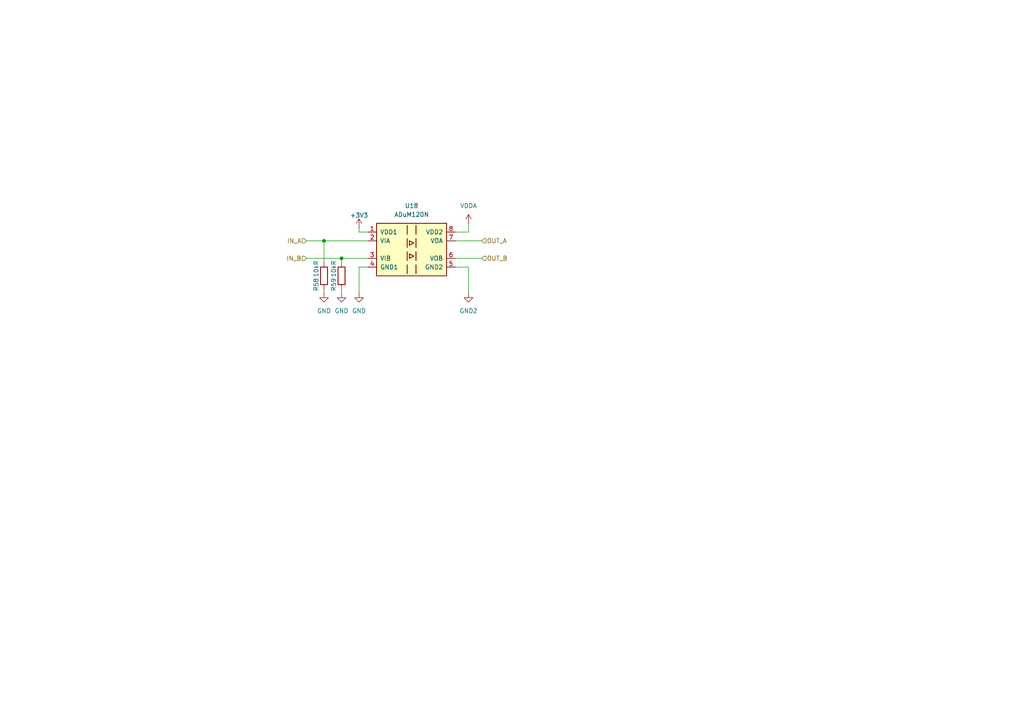
<source format=kicad_sch>
(kicad_sch (version 20231120) (generator "eeschema") (generator_version "8.0")
  (paper "A4")
  (lib_symbols
    (symbol "Device:R" (pin_numbers hide) (pin_names (offset 0))
      (property "Reference" "R" (at 2.032 0 90))
      (property "Value" "R" (at 0 0 90))
      (symbol "R_0_1"
        (rectangle (start -1.016 -2.54) (end 1.016 2.54) (stroke (width 0.254)))
      )
      (symbol "R_1_1"
        (pin passive line (at 0 3.81 270) (length 1.27) (name "~") (number "1"))
        (pin passive line (at 0 -3.81 90) (length 1.27) (name "~") (number "2"))
      )
    )
    (symbol "Isolator:ADuM120N" (pin_names (offset 1.016))
      (property "Reference" "U" (at -10.16 8.89 0))
      (property "Value" "ADuM120N" (at -2.032 8.89 0))
      (symbol "ADuM120N_0_1"
        (rectangle (start -10.16 7.62) (end 10.16 -7.62) (stroke (width 0.254)) (fill (type background)))
        (polyline (pts (xy -1.27 -4.445) (xy -1.27 -6.985)) (stroke (width 0.254)))
        (polyline (pts (xy -1.27 -0.635) (xy -1.27 -3.175)) (stroke (width 0.254)))
        (polyline (pts (xy -1.27 3.175) (xy -1.27 0.635)) (stroke (width 0.254)))
        (polyline (pts (xy -1.27 6.985) (xy -1.27 4.445)) (stroke (width 0.254)))
        (polyline (pts (xy 1.27 -4.445) (xy 1.27 -6.985)) (stroke (width 0.254)))
        (polyline (pts (xy 1.27 -0.635) (xy 1.27 -3.175)) (stroke (width 0.254)))
        (polyline (pts (xy 1.27 3.175) (xy 1.27 0.635)) (stroke (width 0.254)))
        (polyline (pts (xy 1.27 6.985) (xy 1.27 4.445)) (stroke (width 0.254)))
        (polyline (pts (xy -0.635 -1.27) (xy -0.635 -2.54) (xy 0.635 -1.905) (xy -0.635 -1.27)) (stroke (width 0.254)))
        (polyline (pts (xy -0.635 1.27) (xy 0.635 1.905) (xy -0.635 2.54) (xy -0.635 1.27)) (stroke (width 0.254)))
      )
      (symbol "ADuM120N_1_1"
        (pin power_in line (at -12.7 5.08 0) (length 2.54) (name "VDD1") (number "1"))
        (pin input line (at -12.7 2.54 0) (length 2.54) (name "VIA") (number "2"))
        (pin input line (at -12.7 -2.54 0) (length 2.54) (name "VIB") (number "3"))
        (pin power_in line (at -12.7 -5.08 0) (length 2.54) (name "GND1") (number "4"))
        (pin power_in line (at 12.7 -5.08 180) (length 2.54) (name "GND2") (number "5"))
        (pin output line (at 12.7 -2.54 180) (length 2.54) (name "VOB") (number "6"))
        (pin output line (at 12.7 2.54 180) (length 2.54) (name "VOA") (number "7"))
        (pin power_in line (at 12.7 5.08 180) (length 2.54) (name "VDD2") (number "8"))
      )
    )
    (symbol "power:+3V3" (power) (pin_numbers hide) (pin_names (offset 0) hide)
      (property "Value" "+3V3" (at 0 3.556 0))
      (symbol "+3V3_0_1"
        (polyline (pts (xy -0.762 1.27) (xy 0 2.54)))
        (polyline (pts (xy 0 0) (xy 0 2.54)))
        (polyline (pts (xy 0 2.54) (xy 0.762 1.27)))
      )
      (symbol "+3V3_1_1"
        (pin power_in line (at 0 0 90) (length 0) (name "~") (number "1"))
      )
    )
    (symbol "power:GND" (power) (pin_numbers hide) (pin_names (offset 0) hide)
      (property "Value" "GND" (at 0 -3.81 0))
      (symbol "GND_0_1"
        (polyline (pts (xy 0 0) (xy 0 -1.27) (xy 1.27 -1.27) (xy 0 -2.54) (xy -1.27 -1.27) (xy 0 -1.27)))
      )
      (symbol "GND_1_1"
        (pin power_in line (at 0 0 270) (length 0) (name "~") (number "1"))
      )
    )
    (symbol "power:GND2" (power) (pin_numbers hide) (pin_names (offset 0) hide)
      (property "Value" "GND2" (at 0 -3.81 0))
      (symbol "GND2_0_1"
        (polyline (pts (xy 0 0) (xy 0 -1.27) (xy 1.27 -1.27) (xy 0 -2.54) (xy -1.27 -1.27) (xy 0 -1.27)))
      )
      (symbol "GND2_1_1"
        (pin power_in line (at 0 0 270) (length 0) (name "~") (number "1"))
      )
    )
    (symbol "power:VDDA" (power) (pin_numbers hide) (pin_names (offset 0) hide)
      (property "Value" "VDDA" (at 0 3.556 0))
      (symbol "VDDA_0_1"
        (polyline (pts (xy -0.762 1.27) (xy 0 2.54)))
        (polyline (pts (xy 0 0) (xy 0 2.54)))
        (polyline (pts (xy 0 2.54) (xy 0.762 1.27)))
      )
      (symbol "VDDA_1_1"
        (pin power_in line (at 0 0 90) (length 0) (name "~") (number "1"))
      )
    )
  )
  (junction (at 93.98 69.85))
  (junction (at 99.06 74.93))
  (wire (pts (xy 132.08 77.47) (xy 135.89 77.47)))
  (wire (pts (xy 104.14 77.47) (xy 104.14 85.09)))
  (wire (pts (xy 88.9 69.85) (xy 93.98 69.85)))
  (wire (pts (xy 104.14 66.04) (xy 104.14 67.31)))
  (wire (pts (xy 93.98 76.2) (xy 93.98 69.85)))
  (wire (pts (xy 135.89 67.31) (xy 135.89 64.77)))
  (wire (pts (xy 106.68 77.47) (xy 104.14 77.47)))
  (wire (pts (xy 132.08 74.93) (xy 139.7 74.93)))
  (wire (pts (xy 132.08 69.85) (xy 139.7 69.85)))
  (wire (pts (xy 104.14 67.31) (xy 106.68 67.31)))
  (wire (pts (xy 99.06 74.93) (xy 106.68 74.93)))
  (wire (pts (xy 93.98 83.82) (xy 93.98 85.09)))
  (wire (pts (xy 88.9 74.93) (xy 99.06 74.93)))
  (wire (pts (xy 99.06 83.82) (xy 99.06 85.09)))
  (wire (pts (xy 99.06 76.2) (xy 99.06 74.93)))
  (wire (pts (xy 135.89 77.47) (xy 135.89 85.09)))
  (wire (pts (xy 132.08 67.31) (xy 135.89 67.31)))
  (wire (pts (xy 93.98 69.85) (xy 106.68 69.85)))
  (hierarchical_label "IN_A" (shape input) (at 88.9 69.85 180))
  (hierarchical_label "OUT_A" (shape input) (at 139.7 69.85 0))
  (hierarchical_label "IN_B" (shape input) (at 88.9 74.93 180))
  (hierarchical_label "OUT_B" (shape input) (at 139.7 74.93 0))
  (symbol (lib_id "Device:R") (at 99.06 80.01 180) (unit 1)
    (property "Reference" "R59" (at 96.774 82.55 90))
    (property "Value" "10kR" (at 96.774 77.978 90))
    (property "Description" "Resistor" (effects (hide yes)))
    (property "LCSC" "C25744" (effects (hide yes)))
  )
  (symbol (lib_id "power:GND") (at 99.06 85.09 0) (unit 1)
    (property "Reference" "#PWR083" (effects (hide yes)))
    (property "Value" "GND" (at 99.06 90.17 0))
    (property "Description" "Power symbol creates a global label with name \"GND\" , ground" (effects (hide yes)))
  )
  (symbol (lib_id "Device:R") (at 93.98 80.01 180) (unit 1)
    (property "Reference" "R58" (at 91.694 82.55 90))
    (property "Value" "10kR" (at 91.694 77.978 90))
    (property "Description" "Resistor" (effects (hide yes)))
    (property "LCSC" "C25744" (effects (hide yes)))
  )
  (symbol (lib_id "power:VDDA") (at 135.89 64.77 0) (unit 1)
    (property "Reference" "#PWR091" (effects (hide yes)))
    (property "Value" "VDDA" (at 135.89 59.69 0))
    (property "Description" "Power symbol creates a global label with name \"VDDA\"" (effects (hide yes)))
  )
  (symbol (lib_id "power:GND") (at 104.14 85.09 0) (unit 1)
    (property "Reference" "#PWR089" (effects (hide yes)))
    (property "Value" "GND" (at 104.14 90.17 0))
    (property "Description" "Power symbol creates a global label with name \"GND\" , ground" (effects (hide yes)))
  )
  (symbol (lib_id "power:GND2") (at 135.89 85.09 0) (unit 1)
    (property "Reference" "#PWR090" (effects (hide yes)))
    (property "Value" "GND2" (at 135.89 90.17 0))
    (property "Description" "Power symbol creates a global label with name \"GND2\" , ground" (effects (hide yes)))
  )
  (symbol (lib_id "Isolator:ADuM120N") (at 119.38 72.39 0) (unit 1)
    (property "Reference" "U18" (at 119.38 59.69 0))
    (property "Value" "ADuM120N" (at 119.38 62.23 0))
    (property "Footprint" "Package_SO:SOIC-8_3.9x4.9mm_P1.27mm" (effects (hide yes)))
    (property "Datasheet" "https://www.analog.com/media/en/technical-documentation/data-sheets/ADuM120N_121N.pdf" (effects (hide yes)))
    (property "Description" "Dual-channel digital isolator,1.8 to 5V, 150Mbs, 3kV" (effects (hide yes)))
    (property "LCSC" "C660268" (effects (hide yes)))
  )
  (symbol (lib_id "power:+3V3") (at 104.14 66.04 0) (unit 1)
    (property "Reference" "#PWR088" (effects (hide yes)))
    (property "Value" "+3V3" (at 104.14 62.4642 0))
    (property "Description" "Power symbol creates a global label with name \"+3V3\"" (effects (hide yes)))
  )
  (symbol (lib_id "power:GND") (at 93.98 85.09 0) (unit 1)
    (property "Reference" "#PWR081" (effects (hide yes)))
    (property "Value" "GND" (at 93.98 90.17 0))
    (property "Description" "Power symbol creates a global label with name \"GND\" , ground" (effects (hide yes)))
  )
)
</source>
